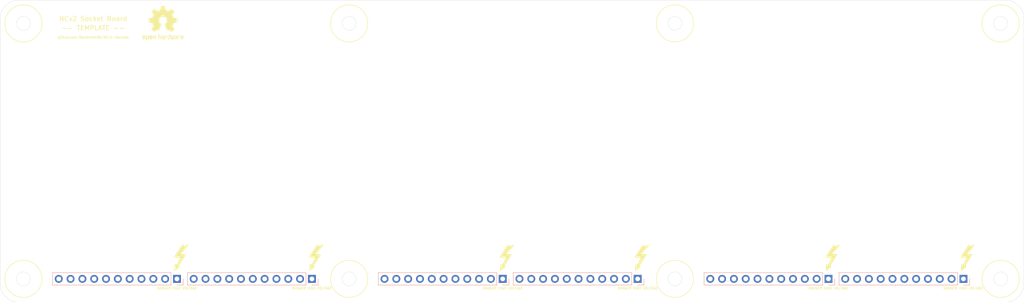
<source format=kicad_pcb>
(kicad_pcb (version 20171130) (host pcbnew "(5.1.10)-1")

  (general
    (thickness 1.6)
    (drawings 33)
    (tracks 0)
    (zones 0)
    (modules 13)
    (nets 67)
  )

  (page A4)
  (layers
    (0 F.Cu signal)
    (31 B.Cu signal)
    (32 B.Adhes user)
    (33 F.Adhes user)
    (34 B.Paste user)
    (35 F.Paste user)
    (36 B.SilkS user)
    (37 F.SilkS user)
    (38 B.Mask user)
    (39 F.Mask user)
    (40 Dwgs.User user)
    (41 Cmts.User user)
    (42 Eco1.User user)
    (43 Eco2.User user)
    (44 Edge.Cuts user)
    (45 Margin user)
    (46 B.CrtYd user hide)
    (47 F.CrtYd user hide)
    (48 B.Fab user hide)
    (49 F.Fab user hide)
  )

  (setup
    (last_trace_width 0.25)
    (trace_clearance 0.2)
    (zone_clearance 0.508)
    (zone_45_only no)
    (trace_min 0.2)
    (via_size 0.8)
    (via_drill 0.4)
    (via_min_size 0.4)
    (via_min_drill 0.3)
    (uvia_size 0.3)
    (uvia_drill 0.1)
    (uvias_allowed no)
    (uvia_min_size 0.2)
    (uvia_min_drill 0.1)
    (edge_width 0.05)
    (segment_width 0.2)
    (pcb_text_width 0.3)
    (pcb_text_size 1.5 1.5)
    (mod_edge_width 0.12)
    (mod_text_size 1 1)
    (mod_text_width 0.15)
    (pad_size 1.524 1.524)
    (pad_drill 0.762)
    (pad_to_mask_clearance 0)
    (aux_axis_origin 0 0)
    (visible_elements 7FFFFF7F)
    (pcbplotparams
      (layerselection 0x010fc_ffffffff)
      (usegerberextensions false)
      (usegerberattributes true)
      (usegerberadvancedattributes true)
      (creategerberjobfile true)
      (excludeedgelayer true)
      (linewidth 0.100000)
      (plotframeref false)
      (viasonmask false)
      (mode 1)
      (useauxorigin false)
      (hpglpennumber 1)
      (hpglpenspeed 20)
      (hpglpendiameter 15.000000)
      (psnegative false)
      (psa4output false)
      (plotreference true)
      (plotvalue true)
      (plotinvisibletext false)
      (padsonsilk false)
      (subtractmaskfromsilk false)
      (outputformat 1)
      (mirror false)
      (drillshape 1)
      (scaleselection 1)
      (outputdirectory ""))
  )

  (net 0 "")
  (net 1 "Net-(J1-Pad1)")
  (net 2 "Net-(J1-Pad2)")
  (net 3 "Net-(J1-Pad3)")
  (net 4 "Net-(J1-Pad4)")
  (net 5 "Net-(J1-Pad5)")
  (net 6 "Net-(J1-Pad6)")
  (net 7 "Net-(J1-Pad7)")
  (net 8 "Net-(J1-Pad8)")
  (net 9 "Net-(J1-Pad9)")
  (net 10 "Net-(J1-Pad10)")
  (net 11 "Net-(J1-Pad11)")
  (net 12 "Net-(J2-Pad11)")
  (net 13 "Net-(J2-Pad10)")
  (net 14 "Net-(J2-Pad9)")
  (net 15 "Net-(J2-Pad8)")
  (net 16 "Net-(J2-Pad7)")
  (net 17 "Net-(J2-Pad6)")
  (net 18 "Net-(J2-Pad5)")
  (net 19 "Net-(J2-Pad4)")
  (net 20 "Net-(J2-Pad3)")
  (net 21 "Net-(J2-Pad2)")
  (net 22 "Net-(J2-Pad1)")
  (net 23 "Net-(J3-Pad1)")
  (net 24 "Net-(J3-Pad2)")
  (net 25 "Net-(J3-Pad3)")
  (net 26 "Net-(J3-Pad4)")
  (net 27 "Net-(J3-Pad5)")
  (net 28 "Net-(J3-Pad6)")
  (net 29 "Net-(J3-Pad7)")
  (net 30 "Net-(J3-Pad8)")
  (net 31 "Net-(J3-Pad9)")
  (net 32 "Net-(J3-Pad10)")
  (net 33 "Net-(J3-Pad11)")
  (net 34 "Net-(J4-Pad11)")
  (net 35 "Net-(J4-Pad10)")
  (net 36 "Net-(J4-Pad9)")
  (net 37 "Net-(J4-Pad8)")
  (net 38 "Net-(J4-Pad7)")
  (net 39 "Net-(J4-Pad6)")
  (net 40 "Net-(J4-Pad5)")
  (net 41 "Net-(J4-Pad4)")
  (net 42 "Net-(J4-Pad3)")
  (net 43 "Net-(J4-Pad2)")
  (net 44 "Net-(J4-Pad1)")
  (net 45 "Net-(J5-Pad1)")
  (net 46 "Net-(J5-Pad2)")
  (net 47 "Net-(J5-Pad3)")
  (net 48 "Net-(J5-Pad4)")
  (net 49 "Net-(J5-Pad5)")
  (net 50 "Net-(J5-Pad6)")
  (net 51 "Net-(J5-Pad7)")
  (net 52 "Net-(J5-Pad8)")
  (net 53 "Net-(J5-Pad9)")
  (net 54 "Net-(J5-Pad10)")
  (net 55 "Net-(J5-Pad11)")
  (net 56 "Net-(J6-Pad11)")
  (net 57 "Net-(J6-Pad10)")
  (net 58 "Net-(J6-Pad9)")
  (net 59 "Net-(J6-Pad8)")
  (net 60 "Net-(J6-Pad7)")
  (net 61 "Net-(J6-Pad6)")
  (net 62 "Net-(J6-Pad5)")
  (net 63 "Net-(J6-Pad4)")
  (net 64 "Net-(J6-Pad3)")
  (net 65 "Net-(J6-Pad2)")
  (net 66 "Net-(J6-Pad1)")

  (net_class Default "This is the default net class."
    (clearance 0.2)
    (trace_width 0.25)
    (via_dia 0.8)
    (via_drill 0.4)
    (uvia_dia 0.3)
    (uvia_drill 0.1)
    (add_net "Net-(J1-Pad1)")
    (add_net "Net-(J1-Pad10)")
    (add_net "Net-(J1-Pad11)")
    (add_net "Net-(J1-Pad2)")
    (add_net "Net-(J1-Pad3)")
    (add_net "Net-(J1-Pad4)")
    (add_net "Net-(J1-Pad5)")
    (add_net "Net-(J1-Pad6)")
    (add_net "Net-(J1-Pad7)")
    (add_net "Net-(J1-Pad8)")
    (add_net "Net-(J1-Pad9)")
    (add_net "Net-(J2-Pad1)")
    (add_net "Net-(J2-Pad10)")
    (add_net "Net-(J2-Pad11)")
    (add_net "Net-(J2-Pad2)")
    (add_net "Net-(J2-Pad3)")
    (add_net "Net-(J2-Pad4)")
    (add_net "Net-(J2-Pad5)")
    (add_net "Net-(J2-Pad6)")
    (add_net "Net-(J2-Pad7)")
    (add_net "Net-(J2-Pad8)")
    (add_net "Net-(J2-Pad9)")
    (add_net "Net-(J3-Pad1)")
    (add_net "Net-(J3-Pad10)")
    (add_net "Net-(J3-Pad11)")
    (add_net "Net-(J3-Pad2)")
    (add_net "Net-(J3-Pad3)")
    (add_net "Net-(J3-Pad4)")
    (add_net "Net-(J3-Pad5)")
    (add_net "Net-(J3-Pad6)")
    (add_net "Net-(J3-Pad7)")
    (add_net "Net-(J3-Pad8)")
    (add_net "Net-(J3-Pad9)")
    (add_net "Net-(J4-Pad1)")
    (add_net "Net-(J4-Pad10)")
    (add_net "Net-(J4-Pad11)")
    (add_net "Net-(J4-Pad2)")
    (add_net "Net-(J4-Pad3)")
    (add_net "Net-(J4-Pad4)")
    (add_net "Net-(J4-Pad5)")
    (add_net "Net-(J4-Pad6)")
    (add_net "Net-(J4-Pad7)")
    (add_net "Net-(J4-Pad8)")
    (add_net "Net-(J4-Pad9)")
    (add_net "Net-(J5-Pad1)")
    (add_net "Net-(J5-Pad10)")
    (add_net "Net-(J5-Pad11)")
    (add_net "Net-(J5-Pad2)")
    (add_net "Net-(J5-Pad3)")
    (add_net "Net-(J5-Pad4)")
    (add_net "Net-(J5-Pad5)")
    (add_net "Net-(J5-Pad6)")
    (add_net "Net-(J5-Pad7)")
    (add_net "Net-(J5-Pad8)")
    (add_net "Net-(J5-Pad9)")
    (add_net "Net-(J6-Pad1)")
    (add_net "Net-(J6-Pad10)")
    (add_net "Net-(J6-Pad11)")
    (add_net "Net-(J6-Pad2)")
    (add_net "Net-(J6-Pad3)")
    (add_net "Net-(J6-Pad4)")
    (add_net "Net-(J6-Pad5)")
    (add_net "Net-(J6-Pad6)")
    (add_net "Net-(J6-Pad7)")
    (add_net "Net-(J6-Pad8)")
    (add_net "Net-(J6-Pad9)")
  )

  (module Symbol:Symbol_Highvoltage_Type1_CopperTop_Small (layer F.Cu) (tedit 617B729E) (tstamp 617BDA7D)
    (at 252 116)
    (descr "Symbol, Highvoltage, Type 1, Copper Top, Small,")
    (tags "Symbol, Highvoltage, Type 1, Copper Top, Small,")
    (attr virtual)
    (fp_text reference REF** (at 1.016 -5.207) (layer F.SilkS) hide
      (effects (font (size 1 1) (thickness 0.15)))
    )
    (fp_text value Symbol_Highvoltage_Type1_CopperTop_Small (at 0.508 4.191) (layer F.Fab)
      (effects (font (size 1 1) (thickness 0.15)))
    )
    (fp_line (start -0.127 1.524) (end -0.254 1.016) (layer F.SilkS) (width 0.381))
    (fp_line (start 1.016 -0.762) (end -0.127 1.524) (layer F.SilkS) (width 0.381))
    (fp_line (start -0.381 -0.762) (end 1.016 -0.762) (layer F.SilkS) (width 0.381))
    (fp_line (start 1.143 -3.048) (end -0.381 -0.762) (layer F.SilkS) (width 0.381))
    (fp_line (start 1.397 -2.667) (end 1.27 -3.175) (layer F.SilkS) (width 0.381))
    (fp_line (start 2.159 -3.175) (end 1.397 -2.667) (layer F.SilkS) (width 0.381))
    (fp_line (start 0.381 -1.143) (end 2.159 -3.175) (layer F.SilkS) (width 0.381))
    (fp_line (start 1.651 -1.143) (end 0.381 -1.143) (layer F.SilkS) (width 0.381))
    (fp_line (start -0.127 1.651) (end 1.651 -1.143) (layer F.SilkS) (width 0.381))
    (fp_line (start 0.381 1.397) (end -0.127 1.651) (layer F.SilkS) (width 0.381))
    (fp_line (start -0.381 2.032) (end 0.381 1.397) (layer F.SilkS) (width 0.381))
    (fp_line (start -0.254 1.016) (end -0.381 2.032) (layer F.SilkS) (width 0.381))
    (fp_line (start 0 -0.889) (end 1.27 -0.889) (layer F.SilkS) (width 0.381))
    (fp_line (start 1.397 -2.794) (end 0 -0.889) (layer F.SilkS) (width 0.381))
  )

  (module Symbol:Symbol_Highvoltage_Type1_CopperTop_Small (layer F.Cu) (tedit 617B729E) (tstamp 617BDA7D)
    (at 223 116)
    (descr "Symbol, Highvoltage, Type 1, Copper Top, Small,")
    (tags "Symbol, Highvoltage, Type 1, Copper Top, Small,")
    (attr virtual)
    (fp_text reference REF** (at 1.016 -5.207) (layer F.SilkS) hide
      (effects (font (size 1 1) (thickness 0.15)))
    )
    (fp_text value Symbol_Highvoltage_Type1_CopperTop_Small (at 0.508 4.191) (layer F.Fab)
      (effects (font (size 1 1) (thickness 0.15)))
    )
    (fp_line (start -0.127 1.524) (end -0.254 1.016) (layer F.SilkS) (width 0.381))
    (fp_line (start 1.016 -0.762) (end -0.127 1.524) (layer F.SilkS) (width 0.381))
    (fp_line (start -0.381 -0.762) (end 1.016 -0.762) (layer F.SilkS) (width 0.381))
    (fp_line (start 1.143 -3.048) (end -0.381 -0.762) (layer F.SilkS) (width 0.381))
    (fp_line (start 1.397 -2.667) (end 1.27 -3.175) (layer F.SilkS) (width 0.381))
    (fp_line (start 2.159 -3.175) (end 1.397 -2.667) (layer F.SilkS) (width 0.381))
    (fp_line (start 0.381 -1.143) (end 2.159 -3.175) (layer F.SilkS) (width 0.381))
    (fp_line (start 1.651 -1.143) (end 0.381 -1.143) (layer F.SilkS) (width 0.381))
    (fp_line (start -0.127 1.651) (end 1.651 -1.143) (layer F.SilkS) (width 0.381))
    (fp_line (start 0.381 1.397) (end -0.127 1.651) (layer F.SilkS) (width 0.381))
    (fp_line (start -0.381 2.032) (end 0.381 1.397) (layer F.SilkS) (width 0.381))
    (fp_line (start -0.254 1.016) (end -0.381 2.032) (layer F.SilkS) (width 0.381))
    (fp_line (start 0 -0.889) (end 1.27 -0.889) (layer F.SilkS) (width 0.381))
    (fp_line (start 1.397 -2.794) (end 0 -0.889) (layer F.SilkS) (width 0.381))
  )

  (module Symbol:Symbol_Highvoltage_Type1_CopperTop_Small (layer F.Cu) (tedit 617B729E) (tstamp 617BDA7D)
    (at 182 116)
    (descr "Symbol, Highvoltage, Type 1, Copper Top, Small,")
    (tags "Symbol, Highvoltage, Type 1, Copper Top, Small,")
    (attr virtual)
    (fp_text reference REF** (at 1.016 -5.207) (layer F.SilkS) hide
      (effects (font (size 1 1) (thickness 0.15)))
    )
    (fp_text value Symbol_Highvoltage_Type1_CopperTop_Small (at 0.508 4.191) (layer F.Fab)
      (effects (font (size 1 1) (thickness 0.15)))
    )
    (fp_line (start -0.127 1.524) (end -0.254 1.016) (layer F.SilkS) (width 0.381))
    (fp_line (start 1.016 -0.762) (end -0.127 1.524) (layer F.SilkS) (width 0.381))
    (fp_line (start -0.381 -0.762) (end 1.016 -0.762) (layer F.SilkS) (width 0.381))
    (fp_line (start 1.143 -3.048) (end -0.381 -0.762) (layer F.SilkS) (width 0.381))
    (fp_line (start 1.397 -2.667) (end 1.27 -3.175) (layer F.SilkS) (width 0.381))
    (fp_line (start 2.159 -3.175) (end 1.397 -2.667) (layer F.SilkS) (width 0.381))
    (fp_line (start 0.381 -1.143) (end 2.159 -3.175) (layer F.SilkS) (width 0.381))
    (fp_line (start 1.651 -1.143) (end 0.381 -1.143) (layer F.SilkS) (width 0.381))
    (fp_line (start -0.127 1.651) (end 1.651 -1.143) (layer F.SilkS) (width 0.381))
    (fp_line (start 0.381 1.397) (end -0.127 1.651) (layer F.SilkS) (width 0.381))
    (fp_line (start -0.381 2.032) (end 0.381 1.397) (layer F.SilkS) (width 0.381))
    (fp_line (start -0.254 1.016) (end -0.381 2.032) (layer F.SilkS) (width 0.381))
    (fp_line (start 0 -0.889) (end 1.27 -0.889) (layer F.SilkS) (width 0.381))
    (fp_line (start 1.397 -2.794) (end 0 -0.889) (layer F.SilkS) (width 0.381))
  )

  (module Symbol:Symbol_Highvoltage_Type1_CopperTop_Small (layer F.Cu) (tedit 617B729E) (tstamp 617BDA7D)
    (at 153 116)
    (descr "Symbol, Highvoltage, Type 1, Copper Top, Small,")
    (tags "Symbol, Highvoltage, Type 1, Copper Top, Small,")
    (attr virtual)
    (fp_text reference REF** (at 1.016 -5.207) (layer F.SilkS) hide
      (effects (font (size 1 1) (thickness 0.15)))
    )
    (fp_text value Symbol_Highvoltage_Type1_CopperTop_Small (at 0.508 4.191) (layer F.Fab)
      (effects (font (size 1 1) (thickness 0.15)))
    )
    (fp_line (start -0.127 1.524) (end -0.254 1.016) (layer F.SilkS) (width 0.381))
    (fp_line (start 1.016 -0.762) (end -0.127 1.524) (layer F.SilkS) (width 0.381))
    (fp_line (start -0.381 -0.762) (end 1.016 -0.762) (layer F.SilkS) (width 0.381))
    (fp_line (start 1.143 -3.048) (end -0.381 -0.762) (layer F.SilkS) (width 0.381))
    (fp_line (start 1.397 -2.667) (end 1.27 -3.175) (layer F.SilkS) (width 0.381))
    (fp_line (start 2.159 -3.175) (end 1.397 -2.667) (layer F.SilkS) (width 0.381))
    (fp_line (start 0.381 -1.143) (end 2.159 -3.175) (layer F.SilkS) (width 0.381))
    (fp_line (start 1.651 -1.143) (end 0.381 -1.143) (layer F.SilkS) (width 0.381))
    (fp_line (start -0.127 1.651) (end 1.651 -1.143) (layer F.SilkS) (width 0.381))
    (fp_line (start 0.381 1.397) (end -0.127 1.651) (layer F.SilkS) (width 0.381))
    (fp_line (start -0.381 2.032) (end 0.381 1.397) (layer F.SilkS) (width 0.381))
    (fp_line (start -0.254 1.016) (end -0.381 2.032) (layer F.SilkS) (width 0.381))
    (fp_line (start 0 -0.889) (end 1.27 -0.889) (layer F.SilkS) (width 0.381))
    (fp_line (start 1.397 -2.794) (end 0 -0.889) (layer F.SilkS) (width 0.381))
  )

  (module Symbol:Symbol_Highvoltage_Type1_CopperTop_Small (layer F.Cu) (tedit 617B729E) (tstamp 617BDA7D)
    (at 112 116)
    (descr "Symbol, Highvoltage, Type 1, Copper Top, Small,")
    (tags "Symbol, Highvoltage, Type 1, Copper Top, Small,")
    (attr virtual)
    (fp_text reference REF** (at 1.016 -5.207) (layer F.SilkS) hide
      (effects (font (size 1 1) (thickness 0.15)))
    )
    (fp_text value Symbol_Highvoltage_Type1_CopperTop_Small (at 0.508 4.191) (layer F.Fab)
      (effects (font (size 1 1) (thickness 0.15)))
    )
    (fp_line (start -0.127 1.524) (end -0.254 1.016) (layer F.SilkS) (width 0.381))
    (fp_line (start 1.016 -0.762) (end -0.127 1.524) (layer F.SilkS) (width 0.381))
    (fp_line (start -0.381 -0.762) (end 1.016 -0.762) (layer F.SilkS) (width 0.381))
    (fp_line (start 1.143 -3.048) (end -0.381 -0.762) (layer F.SilkS) (width 0.381))
    (fp_line (start 1.397 -2.667) (end 1.27 -3.175) (layer F.SilkS) (width 0.381))
    (fp_line (start 2.159 -3.175) (end 1.397 -2.667) (layer F.SilkS) (width 0.381))
    (fp_line (start 0.381 -1.143) (end 2.159 -3.175) (layer F.SilkS) (width 0.381))
    (fp_line (start 1.651 -1.143) (end 0.381 -1.143) (layer F.SilkS) (width 0.381))
    (fp_line (start -0.127 1.651) (end 1.651 -1.143) (layer F.SilkS) (width 0.381))
    (fp_line (start 0.381 1.397) (end -0.127 1.651) (layer F.SilkS) (width 0.381))
    (fp_line (start -0.381 2.032) (end 0.381 1.397) (layer F.SilkS) (width 0.381))
    (fp_line (start -0.254 1.016) (end -0.381 2.032) (layer F.SilkS) (width 0.381))
    (fp_line (start 0 -0.889) (end 1.27 -0.889) (layer F.SilkS) (width 0.381))
    (fp_line (start 1.397 -2.794) (end 0 -0.889) (layer F.SilkS) (width 0.381))
  )

  (module Symbol:Symbol_Highvoltage_Type1_CopperTop_Small (layer F.Cu) (tedit 617B729E) (tstamp 617BD8C9)
    (at 83 116)
    (descr "Symbol, Highvoltage, Type 1, Copper Top, Small,")
    (tags "Symbol, Highvoltage, Type 1, Copper Top, Small,")
    (attr virtual)
    (fp_text reference REF** (at 1.016 -5.207) (layer F.SilkS) hide
      (effects (font (size 1 1) (thickness 0.15)))
    )
    (fp_text value Symbol_Highvoltage_Type1_CopperTop_Small (at 0.508 4.191) (layer F.Fab)
      (effects (font (size 1 1) (thickness 0.15)))
    )
    (fp_line (start -0.127 1.524) (end -0.254 1.016) (layer F.SilkS) (width 0.381))
    (fp_line (start 1.016 -0.762) (end -0.127 1.524) (layer F.SilkS) (width 0.381))
    (fp_line (start -0.381 -0.762) (end 1.016 -0.762) (layer F.SilkS) (width 0.381))
    (fp_line (start 1.143 -3.048) (end -0.381 -0.762) (layer F.SilkS) (width 0.381))
    (fp_line (start 1.397 -2.667) (end 1.27 -3.175) (layer F.SilkS) (width 0.381))
    (fp_line (start 2.159 -3.175) (end 1.397 -2.667) (layer F.SilkS) (width 0.381))
    (fp_line (start 0.381 -1.143) (end 2.159 -3.175) (layer F.SilkS) (width 0.381))
    (fp_line (start 1.651 -1.143) (end 0.381 -1.143) (layer F.SilkS) (width 0.381))
    (fp_line (start -0.127 1.651) (end 1.651 -1.143) (layer F.SilkS) (width 0.381))
    (fp_line (start 0.381 1.397) (end -0.127 1.651) (layer F.SilkS) (width 0.381))
    (fp_line (start -0.381 2.032) (end 0.381 1.397) (layer F.SilkS) (width 0.381))
    (fp_line (start -0.254 1.016) (end -0.381 2.032) (layer F.SilkS) (width 0.381))
    (fp_line (start 0 -0.889) (end 1.27 -0.889) (layer F.SilkS) (width 0.381))
    (fp_line (start 1.397 -2.794) (end 0 -0.889) (layer F.SilkS) (width 0.381))
  )

  (module Symbol:OSHW-Logo2_9.8x8mm_SilkScreen (layer F.Cu) (tedit 0) (tstamp 617BD6B2)
    (at 80 65)
    (descr "Open Source Hardware Symbol")
    (tags "Logo Symbol OSHW")
    (attr virtual)
    (fp_text reference REF** (at 0 0) (layer F.SilkS) hide
      (effects (font (size 1 1) (thickness 0.15)))
    )
    (fp_text value OSHW-Logo2_9.8x8mm_SilkScreen (at 0.75 0) (layer F.Fab) hide
      (effects (font (size 1 1) (thickness 0.15)))
    )
    (fp_poly (pts (xy 0.139878 -3.712224) (xy 0.245612 -3.711645) (xy 0.322132 -3.710078) (xy 0.374372 -3.707028)
      (xy 0.407263 -3.702004) (xy 0.425737 -3.694511) (xy 0.434727 -3.684056) (xy 0.439163 -3.670147)
      (xy 0.439594 -3.668346) (xy 0.446333 -3.635855) (xy 0.458808 -3.571748) (xy 0.475719 -3.482849)
      (xy 0.495771 -3.375981) (xy 0.517664 -3.257967) (xy 0.518429 -3.253822) (xy 0.540359 -3.138169)
      (xy 0.560877 -3.035986) (xy 0.578659 -2.953402) (xy 0.592381 -2.896544) (xy 0.600718 -2.871542)
      (xy 0.601116 -2.871099) (xy 0.625677 -2.85889) (xy 0.676315 -2.838544) (xy 0.742095 -2.814455)
      (xy 0.742461 -2.814326) (xy 0.825317 -2.783182) (xy 0.923 -2.743509) (xy 1.015077 -2.703619)
      (xy 1.019434 -2.701647) (xy 1.169407 -2.63358) (xy 1.501498 -2.860361) (xy 1.603374 -2.929496)
      (xy 1.695657 -2.991303) (xy 1.773003 -3.042267) (xy 1.830064 -3.078873) (xy 1.861495 -3.097606)
      (xy 1.864479 -3.098996) (xy 1.887321 -3.09281) (xy 1.929982 -3.062965) (xy 1.994128 -3.008053)
      (xy 2.081421 -2.926666) (xy 2.170535 -2.840078) (xy 2.256441 -2.754753) (xy 2.333327 -2.676892)
      (xy 2.396564 -2.611303) (xy 2.441523 -2.562795) (xy 2.463576 -2.536175) (xy 2.464396 -2.534805)
      (xy 2.466834 -2.516537) (xy 2.45765 -2.486705) (xy 2.434574 -2.441279) (xy 2.395337 -2.37623)
      (xy 2.33767 -2.28753) (xy 2.260795 -2.173343) (xy 2.19257 -2.072838) (xy 2.131582 -1.982697)
      (xy 2.081356 -1.908151) (xy 2.045416 -1.854435) (xy 2.027287 -1.826782) (xy 2.026146 -1.824905)
      (xy 2.028359 -1.79841) (xy 2.045138 -1.746914) (xy 2.073142 -1.680149) (xy 2.083122 -1.658828)
      (xy 2.126672 -1.563841) (xy 2.173134 -1.456063) (xy 2.210877 -1.362808) (xy 2.238073 -1.293594)
      (xy 2.259675 -1.240994) (xy 2.272158 -1.213503) (xy 2.273709 -1.211384) (xy 2.296668 -1.207876)
      (xy 2.350786 -1.198262) (xy 2.428868 -1.183911) (xy 2.523719 -1.166193) (xy 2.628143 -1.146475)
      (xy 2.734944 -1.126126) (xy 2.836926 -1.106514) (xy 2.926894 -1.089009) (xy 2.997653 -1.074978)
      (xy 3.042006 -1.065791) (xy 3.052885 -1.063193) (xy 3.064122 -1.056782) (xy 3.072605 -1.042303)
      (xy 3.078714 -1.014867) (xy 3.082832 -0.969589) (xy 3.085341 -0.90158) (xy 3.086621 -0.805953)
      (xy 3.087054 -0.67782) (xy 3.087077 -0.625299) (xy 3.087077 -0.198155) (xy 2.9845 -0.177909)
      (xy 2.927431 -0.16693) (xy 2.842269 -0.150905) (xy 2.739372 -0.131767) (xy 2.629096 -0.111449)
      (xy 2.598615 -0.105868) (xy 2.496855 -0.086083) (xy 2.408205 -0.066627) (xy 2.340108 -0.049303)
      (xy 2.300004 -0.035912) (xy 2.293323 -0.031921) (xy 2.276919 -0.003658) (xy 2.253399 0.051109)
      (xy 2.227316 0.121588) (xy 2.222142 0.136769) (xy 2.187956 0.230896) (xy 2.145523 0.337101)
      (xy 2.103997 0.432473) (xy 2.103792 0.432916) (xy 2.03464 0.582525) (xy 2.489512 1.251617)
      (xy 2.1975 1.544116) (xy 2.10918 1.63117) (xy 2.028625 1.707909) (xy 1.96036 1.770237)
      (xy 1.908908 1.814056) (xy 1.878794 1.83527) (xy 1.874474 1.836616) (xy 1.849111 1.826016)
      (xy 1.797358 1.796547) (xy 1.724868 1.751705) (xy 1.637294 1.694984) (xy 1.542612 1.631462)
      (xy 1.446516 1.566668) (xy 1.360837 1.510287) (xy 1.291016 1.465788) (xy 1.242494 1.436639)
      (xy 1.220782 1.426308) (xy 1.194293 1.43505) (xy 1.144062 1.458087) (xy 1.080451 1.490631)
      (xy 1.073708 1.494249) (xy 0.988046 1.53721) (xy 0.929306 1.558279) (xy 0.892772 1.558503)
      (xy 0.873731 1.538928) (xy 0.87362 1.538654) (xy 0.864102 1.515472) (xy 0.841403 1.460441)
      (xy 0.807282 1.377822) (xy 0.7635 1.271872) (xy 0.711816 1.146852) (xy 0.653992 1.00702)
      (xy 0.597991 0.871637) (xy 0.536447 0.722234) (xy 0.479939 0.583832) (xy 0.430161 0.460673)
      (xy 0.388806 0.357002) (xy 0.357568 0.277059) (xy 0.338141 0.225088) (xy 0.332154 0.205692)
      (xy 0.347168 0.183443) (xy 0.386439 0.147982) (xy 0.438807 0.108887) (xy 0.587941 -0.014755)
      (xy 0.704511 -0.156478) (xy 0.787118 -0.313296) (xy 0.834366 -0.482225) (xy 0.844857 -0.660278)
      (xy 0.837231 -0.742461) (xy 0.795682 -0.912969) (xy 0.724123 -1.063541) (xy 0.626995 -1.192691)
      (xy 0.508734 -1.298936) (xy 0.37378 -1.38079) (xy 0.226571 -1.436768) (xy 0.071544 -1.465385)
      (xy -0.086861 -1.465156) (xy -0.244206 -1.434595) (xy -0.396054 -1.372218) (xy -0.537965 -1.27654)
      (xy -0.597197 -1.222428) (xy -0.710797 -1.08348) (xy -0.789894 -0.931639) (xy -0.835014 -0.771333)
      (xy -0.846684 -0.606988) (xy -0.825431 -0.443029) (xy -0.77178 -0.283882) (xy -0.68626 -0.133975)
      (xy -0.569395 0.002267) (xy -0.438807 0.108887) (xy -0.384412 0.149642) (xy -0.345986 0.184718)
      (xy -0.332154 0.205726) (xy -0.339397 0.228635) (xy -0.359995 0.283365) (xy -0.392254 0.365672)
      (xy -0.434479 0.471315) (xy -0.484977 0.59605) (xy -0.542052 0.735636) (xy -0.598146 0.87167)
      (xy -0.660033 1.021201) (xy -0.717356 1.159767) (xy -0.768356 1.283107) (xy -0.811273 1.386964)
      (xy -0.844347 1.46708) (xy -0.865819 1.519195) (xy -0.873775 1.538654) (xy -0.892571 1.558423)
      (xy -0.928926 1.558365) (xy -0.987521 1.537441) (xy -1.073032 1.494613) (xy -1.073708 1.494249)
      (xy -1.138093 1.461012) (xy -1.190139 1.436802) (xy -1.219488 1.426404) (xy -1.220783 1.426308)
      (xy -1.242876 1.436855) (xy -1.291652 1.466184) (xy -1.361669 1.510827) (xy -1.447486 1.567314)
      (xy -1.542612 1.631462) (xy -1.63946 1.696411) (xy -1.726747 1.752896) (xy -1.798819 1.797421)
      (xy -1.850023 1.82649) (xy -1.874474 1.836616) (xy -1.89699 1.823307) (xy -1.942258 1.786112)
      (xy -2.005756 1.729128) (xy -2.082961 1.656449) (xy -2.169349 1.572171) (xy -2.197601 1.544016)
      (xy -2.489713 1.251416) (xy -2.267369 0.925104) (xy -2.199798 0.824897) (xy -2.140493 0.734963)
      (xy -2.092783 0.66051) (xy -2.059993 0.606751) (xy -2.045452 0.578894) (xy -2.045026 0.576912)
      (xy -2.052692 0.550655) (xy -2.073311 0.497837) (xy -2.103315 0.42731) (xy -2.124375 0.380093)
      (xy -2.163752 0.289694) (xy -2.200835 0.198366) (xy -2.229585 0.1212) (xy -2.237395 0.097692)
      (xy -2.259583 0.034916) (xy -2.281273 -0.013589) (xy -2.293187 -0.031921) (xy -2.319477 -0.043141)
      (xy -2.376858 -0.059046) (xy -2.457882 -0.077833) (xy -2.555105 -0.097701) (xy -2.598615 -0.105868)
      (xy -2.709104 -0.126171) (xy -2.815084 -0.14583) (xy -2.906199 -0.162912) (xy -2.972092 -0.175482)
      (xy -2.9845 -0.177909) (xy -3.087077 -0.198155) (xy -3.087077 -0.625299) (xy -3.086847 -0.765754)
      (xy -3.085901 -0.872021) (xy -3.083859 -0.948987) (xy -3.080338 -1.00154) (xy -3.074957 -1.034567)
      (xy -3.067334 -1.052955) (xy -3.057088 -1.061592) (xy -3.052885 -1.063193) (xy -3.02753 -1.068873)
      (xy -2.971516 -1.080205) (xy -2.892036 -1.095821) (xy -2.796288 -1.114353) (xy -2.691467 -1.134431)
      (xy -2.584768 -1.154688) (xy -2.483387 -1.173754) (xy -2.394521 -1.190261) (xy -2.325363 -1.202841)
      (xy -2.283111 -1.210125) (xy -2.27371 -1.211384) (xy -2.265193 -1.228237) (xy -2.24634 -1.27313)
      (xy -2.220676 -1.33757) (xy -2.210877 -1.362808) (xy -2.171352 -1.460314) (xy -2.124808 -1.568041)
      (xy -2.083123 -1.658828) (xy -2.05245 -1.728247) (xy -2.032044 -1.78529) (xy -2.025232 -1.820223)
      (xy -2.026318 -1.824905) (xy -2.040715 -1.847009) (xy -2.073588 -1.896169) (xy -2.12141 -1.967152)
      (xy -2.180652 -2.054722) (xy -2.247785 -2.153643) (xy -2.261059 -2.17317) (xy -2.338954 -2.28886)
      (xy -2.396213 -2.376956) (xy -2.435119 -2.441514) (xy -2.457956 -2.486589) (xy -2.467006 -2.516237)
      (xy -2.464552 -2.534515) (xy -2.464489 -2.534631) (xy -2.445173 -2.558639) (xy -2.402449 -2.605053)
      (xy -2.340949 -2.669063) (xy -2.265302 -2.745855) (xy -2.180139 -2.830618) (xy -2.170535 -2.840078)
      (xy -2.06321 -2.944011) (xy -1.980385 -3.020325) (xy -1.920395 -3.070429) (xy -1.881577 -3.09573)
      (xy -1.86448 -3.098996) (xy -1.839527 -3.08475) (xy -1.787745 -3.051844) (xy -1.71448 -3.003792)
      (xy -1.62508 -2.94411) (xy -1.524889 -2.876312) (xy -1.501499 -2.860361) (xy -1.169407 -2.63358)
      (xy -1.019435 -2.701647) (xy -0.92823 -2.741315) (xy -0.830331 -2.781209) (xy -0.746169 -2.813017)
      (xy -0.742462 -2.814326) (xy -0.676631 -2.838424) (xy -0.625884 -2.8588) (xy -0.601158 -2.871064)
      (xy -0.601116 -2.871099) (xy -0.593271 -2.893266) (xy -0.579934 -2.947783) (xy -0.56243 -3.02852)
      (xy -0.542083 -3.12935) (xy -0.520218 -3.244144) (xy -0.518429 -3.253822) (xy -0.496496 -3.372096)
      (xy -0.47636 -3.479458) (xy -0.45932 -3.569083) (xy -0.446672 -3.634149) (xy -0.439716 -3.667832)
      (xy -0.439594 -3.668346) (xy -0.435361 -3.682675) (xy -0.427129 -3.693493) (xy -0.409967 -3.701294)
      (xy -0.378942 -3.706571) (xy -0.329122 -3.709818) (xy -0.255576 -3.711528) (xy -0.153371 -3.712193)
      (xy -0.017575 -3.712307) (xy 0 -3.712308) (xy 0.139878 -3.712224)) (layer F.SilkS) (width 0.01))
    (fp_poly (pts (xy 4.245224 2.647838) (xy 4.322528 2.698361) (xy 4.359814 2.74359) (xy 4.389353 2.825663)
      (xy 4.391699 2.890607) (xy 4.386385 2.977445) (xy 4.186115 3.065103) (xy 4.088739 3.109887)
      (xy 4.025113 3.145913) (xy 3.992029 3.177117) (xy 3.98628 3.207436) (xy 4.004658 3.240805)
      (xy 4.024923 3.262923) (xy 4.083889 3.298393) (xy 4.148024 3.300879) (xy 4.206926 3.273235)
      (xy 4.250197 3.21832) (xy 4.257936 3.198928) (xy 4.295006 3.138364) (xy 4.337654 3.112552)
      (xy 4.396154 3.090471) (xy 4.396154 3.174184) (xy 4.390982 3.23115) (xy 4.370723 3.279189)
      (xy 4.328262 3.334346) (xy 4.321951 3.341514) (xy 4.27472 3.390585) (xy 4.234121 3.41692)
      (xy 4.183328 3.429035) (xy 4.14122 3.433003) (xy 4.065902 3.433991) (xy 4.012286 3.421466)
      (xy 3.978838 3.402869) (xy 3.926268 3.361975) (xy 3.889879 3.317748) (xy 3.86685 3.262126)
      (xy 3.854359 3.187047) (xy 3.849587 3.084449) (xy 3.849206 3.032376) (xy 3.850501 2.969948)
      (xy 3.968471 2.969948) (xy 3.969839 3.003438) (xy 3.973249 3.008923) (xy 3.995753 3.001472)
      (xy 4.044182 2.981753) (xy 4.108908 2.953718) (xy 4.122443 2.947692) (xy 4.204244 2.906096)
      (xy 4.249312 2.869538) (xy 4.259217 2.835296) (xy 4.235526 2.800648) (xy 4.21596 2.785339)
      (xy 4.14536 2.754721) (xy 4.07928 2.75978) (xy 4.023959 2.797151) (xy 3.985636 2.863473)
      (xy 3.973349 2.916116) (xy 3.968471 2.969948) (xy 3.850501 2.969948) (xy 3.85173 2.91072)
      (xy 3.861032 2.82071) (xy 3.87946 2.755167) (xy 3.90936 2.706912) (xy 3.95308 2.668767)
      (xy 3.972141 2.65644) (xy 4.058726 2.624336) (xy 4.153522 2.622316) (xy 4.245224 2.647838)) (layer F.SilkS) (width 0.01))
    (fp_poly (pts (xy 3.570807 2.636782) (xy 3.594161 2.646988) (xy 3.649902 2.691134) (xy 3.697569 2.754967)
      (xy 3.727048 2.823087) (xy 3.731846 2.85667) (xy 3.71576 2.903556) (xy 3.680475 2.928365)
      (xy 3.642644 2.943387) (xy 3.625321 2.946155) (xy 3.616886 2.926066) (xy 3.60023 2.882351)
      (xy 3.592923 2.862598) (xy 3.551948 2.794271) (xy 3.492622 2.760191) (xy 3.416552 2.761239)
      (xy 3.410918 2.762581) (xy 3.370305 2.781836) (xy 3.340448 2.819375) (xy 3.320055 2.879809)
      (xy 3.307836 2.967751) (xy 3.3025 3.087813) (xy 3.302 3.151698) (xy 3.301752 3.252403)
      (xy 3.300126 3.321054) (xy 3.295801 3.364673) (xy 3.287454 3.390282) (xy 3.273765 3.404903)
      (xy 3.253411 3.415558) (xy 3.252234 3.416095) (xy 3.213038 3.432667) (xy 3.193619 3.438769)
      (xy 3.190635 3.420319) (xy 3.188081 3.369323) (xy 3.18614 3.292308) (xy 3.184997 3.195805)
      (xy 3.184769 3.125184) (xy 3.185932 2.988525) (xy 3.190479 2.884851) (xy 3.199999 2.808108)
      (xy 3.216081 2.752246) (xy 3.240313 2.711212) (xy 3.274286 2.678954) (xy 3.307833 2.65644)
      (xy 3.388499 2.626476) (xy 3.482381 2.619718) (xy 3.570807 2.636782)) (layer F.SilkS) (width 0.01))
    (fp_poly (pts (xy 2.887333 2.633528) (xy 2.94359 2.659117) (xy 2.987747 2.690124) (xy 3.020101 2.724795)
      (xy 3.042438 2.76952) (xy 3.056546 2.830692) (xy 3.064211 2.914701) (xy 3.06722 3.02794)
      (xy 3.067538 3.102509) (xy 3.067538 3.39342) (xy 3.017773 3.416095) (xy 2.978576 3.432667)
      (xy 2.959157 3.438769) (xy 2.955442 3.42061) (xy 2.952495 3.371648) (xy 2.950691 3.300153)
      (xy 2.950308 3.243385) (xy 2.948661 3.161371) (xy 2.944222 3.096309) (xy 2.93774 3.056467)
      (xy 2.93259 3.048) (xy 2.897977 3.056646) (xy 2.84364 3.078823) (xy 2.780722 3.108886)
      (xy 2.720368 3.141192) (xy 2.673721 3.170098) (xy 2.651926 3.189961) (xy 2.651839 3.190175)
      (xy 2.653714 3.226935) (xy 2.670525 3.262026) (xy 2.700039 3.290528) (xy 2.743116 3.300061)
      (xy 2.779932 3.29895) (xy 2.832074 3.298133) (xy 2.859444 3.310349) (xy 2.875882 3.342624)
      (xy 2.877955 3.34871) (xy 2.885081 3.394739) (xy 2.866024 3.422687) (xy 2.816353 3.436007)
      (xy 2.762697 3.43847) (xy 2.666142 3.42021) (xy 2.616159 3.394131) (xy 2.554429 3.332868)
      (xy 2.52169 3.25767) (xy 2.518753 3.178211) (xy 2.546424 3.104167) (xy 2.588047 3.057769)
      (xy 2.629604 3.031793) (xy 2.694922 2.998907) (xy 2.771038 2.965557) (xy 2.783726 2.960461)
      (xy 2.867333 2.923565) (xy 2.91553 2.891046) (xy 2.93103 2.858718) (xy 2.91655 2.822394)
      (xy 2.891692 2.794) (xy 2.832939 2.759039) (xy 2.768293 2.756417) (xy 2.709008 2.783358)
      (xy 2.666339 2.837088) (xy 2.660739 2.85095) (xy 2.628133 2.901936) (xy 2.58053 2.939787)
      (xy 2.520461 2.97085) (xy 2.520461 2.882768) (xy 2.523997 2.828951) (xy 2.539156 2.786534)
      (xy 2.572768 2.741279) (xy 2.605035 2.70642) (xy 2.655209 2.657062) (xy 2.694193 2.630547)
      (xy 2.736064 2.619911) (xy 2.78346 2.618154) (xy 2.887333 2.633528)) (layer F.SilkS) (width 0.01))
    (fp_poly (pts (xy 2.395929 2.636662) (xy 2.398911 2.688068) (xy 2.401247 2.766192) (xy 2.402749 2.864857)
      (xy 2.403231 2.968343) (xy 2.403231 3.318533) (xy 2.341401 3.380363) (xy 2.298793 3.418462)
      (xy 2.26139 3.433895) (xy 2.21027 3.432918) (xy 2.189978 3.430433) (xy 2.126554 3.4232)
      (xy 2.074095 3.419055) (xy 2.061308 3.418672) (xy 2.018199 3.421176) (xy 1.956544 3.427462)
      (xy 1.932638 3.430433) (xy 1.873922 3.435028) (xy 1.834464 3.425046) (xy 1.795338 3.394228)
      (xy 1.781215 3.380363) (xy 1.719385 3.318533) (xy 1.719385 2.663503) (xy 1.76915 2.640829)
      (xy 1.812002 2.624034) (xy 1.837073 2.618154) (xy 1.843501 2.636736) (xy 1.849509 2.688655)
      (xy 1.854697 2.768172) (xy 1.858664 2.869546) (xy 1.860577 2.955192) (xy 1.865923 3.292231)
      (xy 1.91256 3.298825) (xy 1.954976 3.294214) (xy 1.97576 3.279287) (xy 1.98157 3.251377)
      (xy 1.98653 3.191925) (xy 1.990246 3.108466) (xy 1.992324 3.008532) (xy 1.992624 2.957104)
      (xy 1.992923 2.661054) (xy 2.054454 2.639604) (xy 2.098004 2.62502) (xy 2.121694 2.618219)
      (xy 2.122377 2.618154) (xy 2.124754 2.636642) (xy 2.127366 2.687906) (xy 2.129995 2.765649)
      (xy 2.132421 2.863574) (xy 2.134115 2.955192) (xy 2.139461 3.292231) (xy 2.256692 3.292231)
      (xy 2.262072 2.984746) (xy 2.267451 2.677261) (xy 2.324601 2.647707) (xy 2.366797 2.627413)
      (xy 2.39177 2.618204) (xy 2.392491 2.618154) (xy 2.395929 2.636662)) (layer F.SilkS) (width 0.01))
    (fp_poly (pts (xy 1.602081 2.780289) (xy 1.601833 2.92632) (xy 1.600872 3.038655) (xy 1.598794 3.122678)
      (xy 1.595193 3.183769) (xy 1.589665 3.227309) (xy 1.581804 3.258679) (xy 1.571207 3.283262)
      (xy 1.563182 3.297294) (xy 1.496728 3.373388) (xy 1.41247 3.421084) (xy 1.319249 3.438199)
      (xy 1.2259 3.422546) (xy 1.170312 3.394418) (xy 1.111957 3.34576) (xy 1.072186 3.286333)
      (xy 1.04819 3.208507) (xy 1.037161 3.104652) (xy 1.035599 3.028462) (xy 1.035809 3.022986)
      (xy 1.172308 3.022986) (xy 1.173141 3.110355) (xy 1.176961 3.168192) (xy 1.185746 3.206029)
      (xy 1.201474 3.233398) (xy 1.220266 3.254042) (xy 1.283375 3.29389) (xy 1.351137 3.297295)
      (xy 1.415179 3.264025) (xy 1.420164 3.259517) (xy 1.441439 3.236067) (xy 1.454779 3.208166)
      (xy 1.462001 3.166641) (xy 1.464923 3.102316) (xy 1.465385 3.0312) (xy 1.464383 2.941858)
      (xy 1.460238 2.882258) (xy 1.451236 2.843089) (xy 1.435667 2.81504) (xy 1.422902 2.800144)
      (xy 1.3636 2.762575) (xy 1.295301 2.758057) (xy 1.23011 2.786753) (xy 1.217528 2.797406)
      (xy 1.196111 2.821063) (xy 1.182744 2.849251) (xy 1.175566 2.891245) (xy 1.172719 2.956319)
      (xy 1.172308 3.022986) (xy 1.035809 3.022986) (xy 1.040322 2.905765) (xy 1.056362 2.813577)
      (xy 1.086528 2.744269) (xy 1.133629 2.690211) (xy 1.170312 2.662505) (xy 1.23699 2.632572)
      (xy 1.314272 2.618678) (xy 1.38611 2.622397) (xy 1.426308 2.6374) (xy 1.442082 2.64167)
      (xy 1.45255 2.62575) (xy 1.459856 2.583089) (xy 1.465385 2.518106) (xy 1.471437 2.445732)
      (xy 1.479844 2.402187) (xy 1.495141 2.377287) (xy 1.521864 2.360845) (xy 1.538654 2.353564)
      (xy 1.602154 2.326963) (xy 1.602081 2.780289)) (layer F.SilkS) (width 0.01))
    (fp_poly (pts (xy 0.713362 2.62467) (xy 0.802117 2.657421) (xy 0.874022 2.71535) (xy 0.902144 2.756128)
      (xy 0.932802 2.830954) (xy 0.932165 2.885058) (xy 0.899987 2.921446) (xy 0.888081 2.927633)
      (xy 0.836675 2.946925) (xy 0.810422 2.941982) (xy 0.80153 2.909587) (xy 0.801077 2.891692)
      (xy 0.784797 2.825859) (xy 0.742365 2.779807) (xy 0.683388 2.757564) (xy 0.617475 2.763161)
      (xy 0.563895 2.792229) (xy 0.545798 2.80881) (xy 0.532971 2.828925) (xy 0.524306 2.859332)
      (xy 0.518696 2.906788) (xy 0.515035 2.97805) (xy 0.512215 3.079875) (xy 0.511484 3.112115)
      (xy 0.50882 3.22241) (xy 0.505792 3.300036) (xy 0.50125 3.351396) (xy 0.494046 3.38289)
      (xy 0.483033 3.40092) (xy 0.46706 3.411888) (xy 0.456834 3.416733) (xy 0.413406 3.433301)
      (xy 0.387842 3.438769) (xy 0.379395 3.420507) (xy 0.374239 3.365296) (xy 0.372346 3.272499)
      (xy 0.373689 3.141478) (xy 0.374107 3.121269) (xy 0.377058 3.001733) (xy 0.380548 2.914449)
      (xy 0.385514 2.852591) (xy 0.392893 2.809336) (xy 0.403624 2.77786) (xy 0.418645 2.751339)
      (xy 0.426502 2.739975) (xy 0.471553 2.689692) (xy 0.52194 2.650581) (xy 0.528108 2.647167)
      (xy 0.618458 2.620212) (xy 0.713362 2.62467)) (layer F.SilkS) (width 0.01))
    (fp_poly (pts (xy 0.053501 2.626303) (xy 0.13006 2.654733) (xy 0.130936 2.655279) (xy 0.178285 2.690127)
      (xy 0.213241 2.730852) (xy 0.237825 2.783925) (xy 0.254062 2.855814) (xy 0.263975 2.952992)
      (xy 0.269586 3.081928) (xy 0.270077 3.100298) (xy 0.277141 3.377287) (xy 0.217695 3.408028)
      (xy 0.174681 3.428802) (xy 0.14871 3.438646) (xy 0.147509 3.438769) (xy 0.143014 3.420606)
      (xy 0.139444 3.371612) (xy 0.137248 3.300031) (xy 0.136769 3.242068) (xy 0.136758 3.14817)
      (xy 0.132466 3.089203) (xy 0.117503 3.061079) (xy 0.085482 3.059706) (xy 0.030014 3.080998)
      (xy -0.053731 3.120136) (xy -0.115311 3.152643) (xy -0.146983 3.180845) (xy -0.156294 3.211582)
      (xy -0.156308 3.213104) (xy -0.140943 3.266054) (xy -0.095453 3.29466) (xy -0.025834 3.298803)
      (xy 0.024313 3.298084) (xy 0.050754 3.312527) (xy 0.067243 3.347218) (xy 0.076733 3.391416)
      (xy 0.063057 3.416493) (xy 0.057907 3.420082) (xy 0.009425 3.434496) (xy -0.058469 3.436537)
      (xy -0.128388 3.426983) (xy -0.177932 3.409522) (xy -0.24643 3.351364) (xy -0.285366 3.270408)
      (xy -0.293077 3.20716) (xy -0.287193 3.150111) (xy -0.265899 3.103542) (xy -0.223735 3.062181)
      (xy -0.155241 3.020755) (xy -0.054956 2.973993) (xy -0.048846 2.97135) (xy 0.04149 2.929617)
      (xy 0.097235 2.895391) (xy 0.121129 2.864635) (xy 0.115913 2.833311) (xy 0.084328 2.797383)
      (xy 0.074883 2.789116) (xy 0.011617 2.757058) (xy -0.053936 2.758407) (xy -0.111028 2.789838)
      (xy -0.148907 2.848024) (xy -0.152426 2.859446) (xy -0.1867 2.914837) (xy -0.230191 2.941518)
      (xy -0.293077 2.96796) (xy -0.293077 2.899548) (xy -0.273948 2.80011) (xy -0.217169 2.708902)
      (xy -0.187622 2.678389) (xy -0.120458 2.639228) (xy -0.035044 2.6215) (xy 0.053501 2.626303)) (layer F.SilkS) (width 0.01))
    (fp_poly (pts (xy -0.840154 2.49212) (xy -0.834428 2.57198) (xy -0.827851 2.619039) (xy -0.818738 2.639566)
      (xy -0.805402 2.639829) (xy -0.801077 2.637378) (xy -0.743556 2.619636) (xy -0.668732 2.620672)
      (xy -0.592661 2.63891) (xy -0.545082 2.662505) (xy -0.496298 2.700198) (xy -0.460636 2.742855)
      (xy -0.436155 2.797057) (xy -0.420913 2.869384) (xy -0.41297 2.966419) (xy -0.410384 3.094742)
      (xy -0.410338 3.119358) (xy -0.410308 3.39587) (xy -0.471839 3.41732) (xy -0.515541 3.431912)
      (xy -0.539518 3.438706) (xy -0.540223 3.438769) (xy -0.542585 3.420345) (xy -0.544594 3.369526)
      (xy -0.546099 3.292993) (xy -0.546947 3.19743) (xy -0.547077 3.139329) (xy -0.547349 3.024771)
      (xy -0.548748 2.942667) (xy -0.552151 2.886393) (xy -0.558433 2.849326) (xy -0.568471 2.824844)
      (xy -0.583139 2.806325) (xy -0.592298 2.797406) (xy -0.655211 2.761466) (xy -0.723864 2.758775)
      (xy -0.786152 2.78917) (xy -0.797671 2.800144) (xy -0.814567 2.820779) (xy -0.826286 2.845256)
      (xy -0.833767 2.880647) (xy -0.837946 2.934026) (xy -0.839763 3.012466) (xy -0.840154 3.120617)
      (xy -0.840154 3.39587) (xy -0.901685 3.41732) (xy -0.945387 3.431912) (xy -0.969364 3.438706)
      (xy -0.97007 3.438769) (xy -0.971874 3.420069) (xy -0.9735 3.367322) (xy -0.974883 3.285557)
      (xy -0.975958 3.179805) (xy -0.97666 3.055094) (xy -0.976923 2.916455) (xy -0.976923 2.381806)
      (xy -0.849923 2.328236) (xy -0.840154 2.49212)) (layer F.SilkS) (width 0.01))
    (fp_poly (pts (xy -2.465746 2.599745) (xy -2.388714 2.651567) (xy -2.329184 2.726412) (xy -2.293622 2.821654)
      (xy -2.286429 2.891756) (xy -2.287246 2.921009) (xy -2.294086 2.943407) (xy -2.312888 2.963474)
      (xy -2.349592 2.985733) (xy -2.410138 3.014709) (xy -2.500466 3.054927) (xy -2.500923 3.055129)
      (xy -2.584067 3.09321) (xy -2.652247 3.127025) (xy -2.698495 3.152933) (xy -2.715842 3.167295)
      (xy -2.715846 3.167411) (xy -2.700557 3.198685) (xy -2.664804 3.233157) (xy -2.623758 3.25799)
      (xy -2.602963 3.262923) (xy -2.54623 3.245862) (xy -2.497373 3.203133) (xy -2.473535 3.156155)
      (xy -2.450603 3.121522) (xy -2.405682 3.082081) (xy -2.352877 3.048009) (xy -2.30629 3.02948)
      (xy -2.296548 3.028462) (xy -2.285582 3.045215) (xy -2.284921 3.088039) (xy -2.29298 3.145781)
      (xy -2.308173 3.207289) (xy -2.328914 3.261409) (xy -2.329962 3.26351) (xy -2.392379 3.35066)
      (xy -2.473274 3.409939) (xy -2.565144 3.439034) (xy -2.660487 3.435634) (xy -2.751802 3.397428)
      (xy -2.755862 3.394741) (xy -2.827694 3.329642) (xy -2.874927 3.244705) (xy -2.901066 3.133021)
      (xy -2.904574 3.101643) (xy -2.910787 2.953536) (xy -2.903339 2.884468) (xy -2.715846 2.884468)
      (xy -2.71341 2.927552) (xy -2.700086 2.940126) (xy -2.666868 2.930719) (xy -2.614506 2.908483)
      (xy -2.555976 2.88061) (xy -2.554521 2.879872) (xy -2.504911 2.853777) (xy -2.485 2.836363)
      (xy -2.48991 2.818107) (xy -2.510584 2.79412) (xy -2.563181 2.759406) (xy -2.619823 2.756856)
      (xy -2.670631 2.782119) (xy -2.705724 2.830847) (xy -2.715846 2.884468) (xy -2.903339 2.884468)
      (xy -2.898008 2.835036) (xy -2.865222 2.741055) (xy -2.819579 2.675215) (xy -2.737198 2.608681)
      (xy -2.646454 2.575676) (xy -2.553815 2.573573) (xy -2.465746 2.599745)) (layer F.SilkS) (width 0.01))
    (fp_poly (pts (xy -3.983114 2.587256) (xy -3.891536 2.635409) (xy -3.823951 2.712905) (xy -3.799943 2.762727)
      (xy -3.781262 2.837533) (xy -3.771699 2.932052) (xy -3.770792 3.03521) (xy -3.778079 3.135935)
      (xy -3.793097 3.223153) (xy -3.815385 3.285791) (xy -3.822235 3.296579) (xy -3.903368 3.377105)
      (xy -3.999734 3.425336) (xy -4.104299 3.43945) (xy -4.210032 3.417629) (xy -4.239457 3.404547)
      (xy -4.296759 3.364231) (xy -4.34705 3.310775) (xy -4.351803 3.303995) (xy -4.371122 3.271321)
      (xy -4.383892 3.236394) (xy -4.391436 3.190414) (xy -4.395076 3.124584) (xy -4.396135 3.030105)
      (xy -4.396154 3.008923) (xy -4.396106 3.002182) (xy -4.200769 3.002182) (xy -4.199632 3.091349)
      (xy -4.195159 3.15052) (xy -4.185754 3.188741) (xy -4.169824 3.215053) (xy -4.161692 3.223846)
      (xy -4.114942 3.257261) (xy -4.069553 3.255737) (xy -4.02366 3.226752) (xy -3.996288 3.195809)
      (xy -3.980077 3.150643) (xy -3.970974 3.07942) (xy -3.970349 3.071114) (xy -3.968796 2.942037)
      (xy -3.985035 2.846172) (xy -4.018848 2.784107) (xy -4.070016 2.756432) (xy -4.08828 2.754923)
      (xy -4.13624 2.762513) (xy -4.169047 2.788808) (xy -4.189105 2.839095) (xy -4.198822 2.918664)
      (xy -4.200769 3.002182) (xy -4.396106 3.002182) (xy -4.395426 2.908249) (xy -4.392371 2.837906)
      (xy -4.385678 2.789163) (xy -4.37404 2.753288) (xy -4.356147 2.721548) (xy -4.352192 2.715648)
      (xy -4.285733 2.636104) (xy -4.213315 2.589929) (xy -4.125151 2.571599) (xy -4.095213 2.570703)
      (xy -3.983114 2.587256)) (layer F.SilkS) (width 0.01))
    (fp_poly (pts (xy -1.728336 2.595089) (xy -1.665633 2.631358) (xy -1.622039 2.667358) (xy -1.590155 2.705075)
      (xy -1.56819 2.751199) (xy -1.554351 2.812421) (xy -1.546847 2.895431) (xy -1.543883 3.006919)
      (xy -1.543539 3.087062) (xy -1.543539 3.382065) (xy -1.709615 3.456515) (xy -1.719385 3.133402)
      (xy -1.723421 3.012729) (xy -1.727656 2.925141) (xy -1.732903 2.86465) (xy -1.739975 2.825268)
      (xy -1.749689 2.801007) (xy -1.762856 2.78588) (xy -1.767081 2.782606) (xy -1.831091 2.757034)
      (xy -1.895792 2.767153) (xy -1.934308 2.794) (xy -1.949975 2.813024) (xy -1.96082 2.837988)
      (xy -1.967712 2.875834) (xy -1.971521 2.933502) (xy -1.973117 3.017935) (xy -1.973385 3.105928)
      (xy -1.973437 3.216323) (xy -1.975328 3.294463) (xy -1.981655 3.347165) (xy -1.995017 3.381242)
      (xy -2.018015 3.403511) (xy -2.053246 3.420787) (xy -2.100303 3.438738) (xy -2.151697 3.458278)
      (xy -2.145579 3.111485) (xy -2.143116 2.986468) (xy -2.140233 2.894082) (xy -2.136102 2.827881)
      (xy -2.129893 2.78142) (xy -2.120774 2.748256) (xy -2.107917 2.721944) (xy -2.092416 2.698729)
      (xy -2.017629 2.624569) (xy -1.926372 2.581684) (xy -1.827117 2.571412) (xy -1.728336 2.595089)) (layer F.SilkS) (width 0.01))
    (fp_poly (pts (xy -3.231114 2.584505) (xy -3.156461 2.621727) (xy -3.090569 2.690261) (xy -3.072423 2.715648)
      (xy -3.052655 2.748866) (xy -3.039828 2.784945) (xy -3.03249 2.833098) (xy -3.029187 2.902536)
      (xy -3.028462 2.994206) (xy -3.031737 3.11983) (xy -3.043123 3.214154) (xy -3.064959 3.284523)
      (xy -3.099581 3.338286) (xy -3.14933 3.382788) (xy -3.152986 3.385423) (xy -3.202015 3.412377)
      (xy -3.261055 3.425712) (xy -3.336141 3.429) (xy -3.458205 3.429) (xy -3.458256 3.547497)
      (xy -3.459392 3.613492) (xy -3.466314 3.652202) (xy -3.484402 3.675419) (xy -3.519038 3.694933)
      (xy -3.527355 3.69892) (xy -3.56628 3.717603) (xy -3.596417 3.729403) (xy -3.618826 3.730422)
      (xy -3.634567 3.716761) (xy -3.644698 3.684522) (xy -3.650277 3.629804) (xy -3.652365 3.548711)
      (xy -3.652019 3.437344) (xy -3.6503 3.291802) (xy -3.649763 3.248269) (xy -3.647828 3.098205)
      (xy -3.646096 3.000042) (xy -3.458308 3.000042) (xy -3.457252 3.083364) (xy -3.452562 3.13788)
      (xy -3.441949 3.173837) (xy -3.423128 3.201482) (xy -3.41035 3.214965) (xy -3.35811 3.254417)
      (xy -3.311858 3.257628) (xy -3.264133 3.225049) (xy -3.262923 3.223846) (xy -3.243506 3.198668)
      (xy -3.231693 3.164447) (xy -3.225735 3.111748) (xy -3.22388 3.031131) (xy -3.223846 3.013271)
      (xy -3.22833 2.902175) (xy -3.242926 2.825161) (xy -3.26935 2.778147) (xy -3.309317 2.75705)
      (xy -3.332416 2.754923) (xy -3.387238 2.7649) (xy -3.424842 2.797752) (xy -3.447477 2.857857)
      (xy -3.457394 2.949598) (xy -3.458308 3.000042) (xy -3.646096 3.000042) (xy -3.645778 2.98206)
      (xy -3.643127 2.894679) (xy -3.639394 2.830905) (xy -3.634093 2.785582) (xy -3.626742 2.753555)
      (xy -3.616857 2.729668) (xy -3.603954 2.708764) (xy -3.598421 2.700898) (xy -3.525031 2.626595)
      (xy -3.43224 2.584467) (xy -3.324904 2.572722) (xy -3.231114 2.584505)) (layer F.SilkS) (width 0.01))
  )

  (module Connector_PinHeader_2.54mm:PinHeader_1x11_P2.54mm_Vertical (layer B.Cu) (tedit 59FED5CC) (tstamp 617B7246)
    (at 252 120 90)
    (descr "Through hole straight pin header, 1x11, 2.54mm pitch, single row")
    (tags "Through hole pin header THT 1x11 2.54mm single row")
    (path /617B859D)
    (fp_text reference J1 (at 0 2.33 270) (layer B.SilkS) hide
      (effects (font (size 1 1) (thickness 0.15)) (justify mirror))
    )
    (fp_text value CONNECTOR (at 0 -27.73 270) (layer B.Fab)
      (effects (font (size 1 1) (thickness 0.15)) (justify mirror))
    )
    (fp_line (start 1.8 1.8) (end -1.8 1.8) (layer B.CrtYd) (width 0.05))
    (fp_line (start 1.8 -27.2) (end 1.8 1.8) (layer B.CrtYd) (width 0.05))
    (fp_line (start -1.8 -27.2) (end 1.8 -27.2) (layer B.CrtYd) (width 0.05))
    (fp_line (start -1.8 1.8) (end -1.8 -27.2) (layer B.CrtYd) (width 0.05))
    (fp_line (start -1.33 1.33) (end 0 1.33) (layer B.SilkS) (width 0.12))
    (fp_line (start -1.33 0) (end -1.33 1.33) (layer B.SilkS) (width 0.12))
    (fp_line (start -1.33 -1.27) (end 1.33 -1.27) (layer B.SilkS) (width 0.12))
    (fp_line (start 1.33 -1.27) (end 1.33 -26.73) (layer B.SilkS) (width 0.12))
    (fp_line (start -1.33 -1.27) (end -1.33 -26.73) (layer B.SilkS) (width 0.12))
    (fp_line (start -1.33 -26.73) (end 1.33 -26.73) (layer B.SilkS) (width 0.12))
    (fp_line (start -1.27 0.635) (end -0.635 1.27) (layer B.Fab) (width 0.1))
    (fp_line (start -1.27 -26.67) (end -1.27 0.635) (layer B.Fab) (width 0.1))
    (fp_line (start 1.27 -26.67) (end -1.27 -26.67) (layer B.Fab) (width 0.1))
    (fp_line (start 1.27 1.27) (end 1.27 -26.67) (layer B.Fab) (width 0.1))
    (fp_line (start -0.635 1.27) (end 1.27 1.27) (layer B.Fab) (width 0.1))
    (fp_text user %R (at 0 -12.7) (layer B.Fab)
      (effects (font (size 1 1) (thickness 0.15)) (justify mirror))
    )
    (pad 1 thru_hole rect (at 0 0 90) (size 1.7 1.7) (drill 1) (layers *.Cu *.Mask)
      (net 1 "Net-(J1-Pad1)"))
    (pad 2 thru_hole oval (at 0 -2.54 90) (size 1.7 1.7) (drill 1) (layers *.Cu *.Mask)
      (net 2 "Net-(J1-Pad2)"))
    (pad 3 thru_hole oval (at 0 -5.08 90) (size 1.7 1.7) (drill 1) (layers *.Cu *.Mask)
      (net 3 "Net-(J1-Pad3)"))
    (pad 4 thru_hole oval (at 0 -7.62 90) (size 1.7 1.7) (drill 1) (layers *.Cu *.Mask)
      (net 4 "Net-(J1-Pad4)"))
    (pad 5 thru_hole oval (at 0 -10.16 90) (size 1.7 1.7) (drill 1) (layers *.Cu *.Mask)
      (net 5 "Net-(J1-Pad5)"))
    (pad 6 thru_hole oval (at 0 -12.7 90) (size 1.7 1.7) (drill 1) (layers *.Cu *.Mask)
      (net 6 "Net-(J1-Pad6)"))
    (pad 7 thru_hole oval (at 0 -15.24 90) (size 1.7 1.7) (drill 1) (layers *.Cu *.Mask)
      (net 7 "Net-(J1-Pad7)"))
    (pad 8 thru_hole oval (at 0 -17.78 90) (size 1.7 1.7) (drill 1) (layers *.Cu *.Mask)
      (net 8 "Net-(J1-Pad8)"))
    (pad 9 thru_hole oval (at 0 -20.32 90) (size 1.7 1.7) (drill 1) (layers *.Cu *.Mask)
      (net 9 "Net-(J1-Pad9)"))
    (pad 10 thru_hole oval (at 0 -22.86 90) (size 1.7 1.7) (drill 1) (layers *.Cu *.Mask)
      (net 10 "Net-(J1-Pad10)"))
    (pad 11 thru_hole oval (at 0 -25.4 90) (size 1.7 1.7) (drill 1) (layers *.Cu *.Mask)
      (net 11 "Net-(J1-Pad11)"))
    (model ${KISYS3DMOD}/Connector_PinHeader_2.54mm.3dshapes/PinHeader_1x11_P2.54mm_Vertical.wrl
      (at (xyz 0 0 0))
      (scale (xyz 1 1 1))
      (rotate (xyz 0 0 0))
    )
  )

  (module Connector_PinHeader_2.54mm:PinHeader_1x11_P2.54mm_Vertical (layer B.Cu) (tedit 59FED5CC) (tstamp 617BDCBD)
    (at 223 120 90)
    (descr "Through hole straight pin header, 1x11, 2.54mm pitch, single row")
    (tags "Through hole pin header THT 1x11 2.54mm single row")
    (path /617C0C48)
    (fp_text reference J2 (at 0 2.33 270) (layer B.SilkS) hide
      (effects (font (size 1 1) (thickness 0.15)) (justify mirror))
    )
    (fp_text value CONNECTOR (at 0 -27.73 270) (layer B.Fab)
      (effects (font (size 1 1) (thickness 0.15)) (justify mirror))
    )
    (fp_line (start -0.635 1.27) (end 1.27 1.27) (layer B.Fab) (width 0.1))
    (fp_line (start 1.27 1.27) (end 1.27 -26.67) (layer B.Fab) (width 0.1))
    (fp_line (start 1.27 -26.67) (end -1.27 -26.67) (layer B.Fab) (width 0.1))
    (fp_line (start -1.27 -26.67) (end -1.27 0.635) (layer B.Fab) (width 0.1))
    (fp_line (start -1.27 0.635) (end -0.635 1.27) (layer B.Fab) (width 0.1))
    (fp_line (start -1.33 -26.73) (end 1.33 -26.73) (layer B.SilkS) (width 0.12))
    (fp_line (start -1.33 -1.27) (end -1.33 -26.73) (layer B.SilkS) (width 0.12))
    (fp_line (start 1.33 -1.27) (end 1.33 -26.73) (layer B.SilkS) (width 0.12))
    (fp_line (start -1.33 -1.27) (end 1.33 -1.27) (layer B.SilkS) (width 0.12))
    (fp_line (start -1.33 0) (end -1.33 1.33) (layer B.SilkS) (width 0.12))
    (fp_line (start -1.33 1.33) (end 0 1.33) (layer B.SilkS) (width 0.12))
    (fp_line (start -1.8 1.8) (end -1.8 -27.2) (layer B.CrtYd) (width 0.05))
    (fp_line (start -1.8 -27.2) (end 1.8 -27.2) (layer B.CrtYd) (width 0.05))
    (fp_line (start 1.8 -27.2) (end 1.8 1.8) (layer B.CrtYd) (width 0.05))
    (fp_line (start 1.8 1.8) (end -1.8 1.8) (layer B.CrtYd) (width 0.05))
    (fp_text user %R (at 0 -12.7) (layer B.Fab)
      (effects (font (size 1 1) (thickness 0.15)) (justify mirror))
    )
    (pad 11 thru_hole oval (at 0 -25.4 90) (size 1.7 1.7) (drill 1) (layers *.Cu *.Mask)
      (net 12 "Net-(J2-Pad11)"))
    (pad 10 thru_hole oval (at 0 -22.86 90) (size 1.7 1.7) (drill 1) (layers *.Cu *.Mask)
      (net 13 "Net-(J2-Pad10)"))
    (pad 9 thru_hole oval (at 0 -20.32 90) (size 1.7 1.7) (drill 1) (layers *.Cu *.Mask)
      (net 14 "Net-(J2-Pad9)"))
    (pad 8 thru_hole oval (at 0 -17.78 90) (size 1.7 1.7) (drill 1) (layers *.Cu *.Mask)
      (net 15 "Net-(J2-Pad8)"))
    (pad 7 thru_hole oval (at 0 -15.24 90) (size 1.7 1.7) (drill 1) (layers *.Cu *.Mask)
      (net 16 "Net-(J2-Pad7)"))
    (pad 6 thru_hole oval (at 0 -12.7 90) (size 1.7 1.7) (drill 1) (layers *.Cu *.Mask)
      (net 17 "Net-(J2-Pad6)"))
    (pad 5 thru_hole oval (at 0 -10.16 90) (size 1.7 1.7) (drill 1) (layers *.Cu *.Mask)
      (net 18 "Net-(J2-Pad5)"))
    (pad 4 thru_hole oval (at 0 -7.62 90) (size 1.7 1.7) (drill 1) (layers *.Cu *.Mask)
      (net 19 "Net-(J2-Pad4)"))
    (pad 3 thru_hole oval (at 0 -5.08 90) (size 1.7 1.7) (drill 1) (layers *.Cu *.Mask)
      (net 20 "Net-(J2-Pad3)"))
    (pad 2 thru_hole oval (at 0 -2.54 90) (size 1.7 1.7) (drill 1) (layers *.Cu *.Mask)
      (net 21 "Net-(J2-Pad2)"))
    (pad 1 thru_hole rect (at 0 0 90) (size 1.7 1.7) (drill 1) (layers *.Cu *.Mask)
      (net 22 "Net-(J2-Pad1)"))
    (model ${KISYS3DMOD}/Connector_PinHeader_2.54mm.3dshapes/PinHeader_1x11_P2.54mm_Vertical.wrl
      (at (xyz 0 0 0))
      (scale (xyz 1 1 1))
      (rotate (xyz 0 0 0))
    )
  )

  (module Connector_PinHeader_2.54mm:PinHeader_1x11_P2.54mm_Vertical (layer B.Cu) (tedit 59FED5CC) (tstamp 617B7777)
    (at 182 120 90)
    (descr "Through hole straight pin header, 1x11, 2.54mm pitch, single row")
    (tags "Through hole pin header THT 1x11 2.54mm single row")
    (path /617C4BBE)
    (fp_text reference J3 (at 0 2.33 270) (layer B.SilkS) hide
      (effects (font (size 1 1) (thickness 0.15)) (justify mirror))
    )
    (fp_text value CONNECTOR (at 0 -27.73 270) (layer B.Fab)
      (effects (font (size 1 1) (thickness 0.15)) (justify mirror))
    )
    (fp_line (start 1.8 1.8) (end -1.8 1.8) (layer B.CrtYd) (width 0.05))
    (fp_line (start 1.8 -27.2) (end 1.8 1.8) (layer B.CrtYd) (width 0.05))
    (fp_line (start -1.8 -27.2) (end 1.8 -27.2) (layer B.CrtYd) (width 0.05))
    (fp_line (start -1.8 1.8) (end -1.8 -27.2) (layer B.CrtYd) (width 0.05))
    (fp_line (start -1.33 1.33) (end 0 1.33) (layer B.SilkS) (width 0.12))
    (fp_line (start -1.33 0) (end -1.33 1.33) (layer B.SilkS) (width 0.12))
    (fp_line (start -1.33 -1.27) (end 1.33 -1.27) (layer B.SilkS) (width 0.12))
    (fp_line (start 1.33 -1.27) (end 1.33 -26.73) (layer B.SilkS) (width 0.12))
    (fp_line (start -1.33 -1.27) (end -1.33 -26.73) (layer B.SilkS) (width 0.12))
    (fp_line (start -1.33 -26.73) (end 1.33 -26.73) (layer B.SilkS) (width 0.12))
    (fp_line (start -1.27 0.635) (end -0.635 1.27) (layer B.Fab) (width 0.1))
    (fp_line (start -1.27 -26.67) (end -1.27 0.635) (layer B.Fab) (width 0.1))
    (fp_line (start 1.27 -26.67) (end -1.27 -26.67) (layer B.Fab) (width 0.1))
    (fp_line (start 1.27 1.27) (end 1.27 -26.67) (layer B.Fab) (width 0.1))
    (fp_line (start -0.635 1.27) (end 1.27 1.27) (layer B.Fab) (width 0.1))
    (fp_text user %R (at 0 -12.7) (layer B.Fab)
      (effects (font (size 1 1) (thickness 0.15)) (justify mirror))
    )
    (pad 1 thru_hole rect (at 0 0 90) (size 1.7 1.7) (drill 1) (layers *.Cu *.Mask)
      (net 23 "Net-(J3-Pad1)"))
    (pad 2 thru_hole oval (at 0 -2.54 90) (size 1.7 1.7) (drill 1) (layers *.Cu *.Mask)
      (net 24 "Net-(J3-Pad2)"))
    (pad 3 thru_hole oval (at 0 -5.08 90) (size 1.7 1.7) (drill 1) (layers *.Cu *.Mask)
      (net 25 "Net-(J3-Pad3)"))
    (pad 4 thru_hole oval (at 0 -7.62 90) (size 1.7 1.7) (drill 1) (layers *.Cu *.Mask)
      (net 26 "Net-(J3-Pad4)"))
    (pad 5 thru_hole oval (at 0 -10.16 90) (size 1.7 1.7) (drill 1) (layers *.Cu *.Mask)
      (net 27 "Net-(J3-Pad5)"))
    (pad 6 thru_hole oval (at 0 -12.7 90) (size 1.7 1.7) (drill 1) (layers *.Cu *.Mask)
      (net 28 "Net-(J3-Pad6)"))
    (pad 7 thru_hole oval (at 0 -15.24 90) (size 1.7 1.7) (drill 1) (layers *.Cu *.Mask)
      (net 29 "Net-(J3-Pad7)"))
    (pad 8 thru_hole oval (at 0 -17.78 90) (size 1.7 1.7) (drill 1) (layers *.Cu *.Mask)
      (net 30 "Net-(J3-Pad8)"))
    (pad 9 thru_hole oval (at 0 -20.32 90) (size 1.7 1.7) (drill 1) (layers *.Cu *.Mask)
      (net 31 "Net-(J3-Pad9)"))
    (pad 10 thru_hole oval (at 0 -22.86 90) (size 1.7 1.7) (drill 1) (layers *.Cu *.Mask)
      (net 32 "Net-(J3-Pad10)"))
    (pad 11 thru_hole oval (at 0 -25.4 90) (size 1.7 1.7) (drill 1) (layers *.Cu *.Mask)
      (net 33 "Net-(J3-Pad11)"))
    (model ${KISYS3DMOD}/Connector_PinHeader_2.54mm.3dshapes/PinHeader_1x11_P2.54mm_Vertical.wrl
      (at (xyz 0 0 0))
      (scale (xyz 1 1 1))
      (rotate (xyz 0 0 0))
    )
  )

  (module Connector_PinHeader_2.54mm:PinHeader_1x11_P2.54mm_Vertical (layer B.Cu) (tedit 59FED5CC) (tstamp 617B72A3)
    (at 153 120 90)
    (descr "Through hole straight pin header, 1x11, 2.54mm pitch, single row")
    (tags "Through hole pin header THT 1x11 2.54mm single row")
    (path /617C4BCA)
    (fp_text reference J4 (at 0 2.33 270) (layer B.SilkS) hide
      (effects (font (size 1 1) (thickness 0.15)) (justify mirror))
    )
    (fp_text value CONNECTOR (at 0 -27.73 270) (layer B.Fab)
      (effects (font (size 1 1) (thickness 0.15)) (justify mirror))
    )
    (fp_line (start -0.635 1.27) (end 1.27 1.27) (layer B.Fab) (width 0.1))
    (fp_line (start 1.27 1.27) (end 1.27 -26.67) (layer B.Fab) (width 0.1))
    (fp_line (start 1.27 -26.67) (end -1.27 -26.67) (layer B.Fab) (width 0.1))
    (fp_line (start -1.27 -26.67) (end -1.27 0.635) (layer B.Fab) (width 0.1))
    (fp_line (start -1.27 0.635) (end -0.635 1.27) (layer B.Fab) (width 0.1))
    (fp_line (start -1.33 -26.73) (end 1.33 -26.73) (layer B.SilkS) (width 0.12))
    (fp_line (start -1.33 -1.27) (end -1.33 -26.73) (layer B.SilkS) (width 0.12))
    (fp_line (start 1.33 -1.27) (end 1.33 -26.73) (layer B.SilkS) (width 0.12))
    (fp_line (start -1.33 -1.27) (end 1.33 -1.27) (layer B.SilkS) (width 0.12))
    (fp_line (start -1.33 0) (end -1.33 1.33) (layer B.SilkS) (width 0.12))
    (fp_line (start -1.33 1.33) (end 0 1.33) (layer B.SilkS) (width 0.12))
    (fp_line (start -1.8 1.8) (end -1.8 -27.2) (layer B.CrtYd) (width 0.05))
    (fp_line (start -1.8 -27.2) (end 1.8 -27.2) (layer B.CrtYd) (width 0.05))
    (fp_line (start 1.8 -27.2) (end 1.8 1.8) (layer B.CrtYd) (width 0.05))
    (fp_line (start 1.8 1.8) (end -1.8 1.8) (layer B.CrtYd) (width 0.05))
    (fp_text user %R (at 0 -12.7) (layer B.Fab)
      (effects (font (size 1 1) (thickness 0.15)) (justify mirror))
    )
    (pad 11 thru_hole oval (at 0 -25.4 90) (size 1.7 1.7) (drill 1) (layers *.Cu *.Mask)
      (net 34 "Net-(J4-Pad11)"))
    (pad 10 thru_hole oval (at 0 -22.86 90) (size 1.7 1.7) (drill 1) (layers *.Cu *.Mask)
      (net 35 "Net-(J4-Pad10)"))
    (pad 9 thru_hole oval (at 0 -20.32 90) (size 1.7 1.7) (drill 1) (layers *.Cu *.Mask)
      (net 36 "Net-(J4-Pad9)"))
    (pad 8 thru_hole oval (at 0 -17.78 90) (size 1.7 1.7) (drill 1) (layers *.Cu *.Mask)
      (net 37 "Net-(J4-Pad8)"))
    (pad 7 thru_hole oval (at 0 -15.24 90) (size 1.7 1.7) (drill 1) (layers *.Cu *.Mask)
      (net 38 "Net-(J4-Pad7)"))
    (pad 6 thru_hole oval (at 0 -12.7 90) (size 1.7 1.7) (drill 1) (layers *.Cu *.Mask)
      (net 39 "Net-(J4-Pad6)"))
    (pad 5 thru_hole oval (at 0 -10.16 90) (size 1.7 1.7) (drill 1) (layers *.Cu *.Mask)
      (net 40 "Net-(J4-Pad5)"))
    (pad 4 thru_hole oval (at 0 -7.62 90) (size 1.7 1.7) (drill 1) (layers *.Cu *.Mask)
      (net 41 "Net-(J4-Pad4)"))
    (pad 3 thru_hole oval (at 0 -5.08 90) (size 1.7 1.7) (drill 1) (layers *.Cu *.Mask)
      (net 42 "Net-(J4-Pad3)"))
    (pad 2 thru_hole oval (at 0 -2.54 90) (size 1.7 1.7) (drill 1) (layers *.Cu *.Mask)
      (net 43 "Net-(J4-Pad2)"))
    (pad 1 thru_hole rect (at 0 0 90) (size 1.7 1.7) (drill 1) (layers *.Cu *.Mask)
      (net 44 "Net-(J4-Pad1)"))
    (model ${KISYS3DMOD}/Connector_PinHeader_2.54mm.3dshapes/PinHeader_1x11_P2.54mm_Vertical.wrl
      (at (xyz 0 0 0))
      (scale (xyz 1 1 1))
      (rotate (xyz 0 0 0))
    )
  )

  (module Connector_PinHeader_2.54mm:PinHeader_1x11_P2.54mm_Vertical (layer B.Cu) (tedit 59FED5CC) (tstamp 617B72C2)
    (at 112 120 90)
    (descr "Through hole straight pin header, 1x11, 2.54mm pitch, single row")
    (tags "Through hole pin header THT 1x11 2.54mm single row")
    (path /617CA32C)
    (fp_text reference J5 (at 0 2.33 270) (layer B.SilkS) hide
      (effects (font (size 1 1) (thickness 0.15)) (justify mirror))
    )
    (fp_text value CONNECTOR (at 0 -27.73 270) (layer B.Fab)
      (effects (font (size 1 1) (thickness 0.15)) (justify mirror))
    )
    (fp_line (start 1.8 1.8) (end -1.8 1.8) (layer B.CrtYd) (width 0.05))
    (fp_line (start 1.8 -27.2) (end 1.8 1.8) (layer B.CrtYd) (width 0.05))
    (fp_line (start -1.8 -27.2) (end 1.8 -27.2) (layer B.CrtYd) (width 0.05))
    (fp_line (start -1.8 1.8) (end -1.8 -27.2) (layer B.CrtYd) (width 0.05))
    (fp_line (start -1.33 1.33) (end 0 1.33) (layer B.SilkS) (width 0.12))
    (fp_line (start -1.33 0) (end -1.33 1.33) (layer B.SilkS) (width 0.12))
    (fp_line (start -1.33 -1.27) (end 1.33 -1.27) (layer B.SilkS) (width 0.12))
    (fp_line (start 1.33 -1.27) (end 1.33 -26.73) (layer B.SilkS) (width 0.12))
    (fp_line (start -1.33 -1.27) (end -1.33 -26.73) (layer B.SilkS) (width 0.12))
    (fp_line (start -1.33 -26.73) (end 1.33 -26.73) (layer B.SilkS) (width 0.12))
    (fp_line (start -1.27 0.635) (end -0.635 1.27) (layer B.Fab) (width 0.1))
    (fp_line (start -1.27 -26.67) (end -1.27 0.635) (layer B.Fab) (width 0.1))
    (fp_line (start 1.27 -26.67) (end -1.27 -26.67) (layer B.Fab) (width 0.1))
    (fp_line (start 1.27 1.27) (end 1.27 -26.67) (layer B.Fab) (width 0.1))
    (fp_line (start -0.635 1.27) (end 1.27 1.27) (layer B.Fab) (width 0.1))
    (fp_text user %R (at 0 -12.7) (layer B.Fab)
      (effects (font (size 1 1) (thickness 0.15)) (justify mirror))
    )
    (pad 1 thru_hole rect (at 0 0 90) (size 1.7 1.7) (drill 1) (layers *.Cu *.Mask)
      (net 45 "Net-(J5-Pad1)"))
    (pad 2 thru_hole oval (at 0 -2.54 90) (size 1.7 1.7) (drill 1) (layers *.Cu *.Mask)
      (net 46 "Net-(J5-Pad2)"))
    (pad 3 thru_hole oval (at 0 -5.08 90) (size 1.7 1.7) (drill 1) (layers *.Cu *.Mask)
      (net 47 "Net-(J5-Pad3)"))
    (pad 4 thru_hole oval (at 0 -7.62 90) (size 1.7 1.7) (drill 1) (layers *.Cu *.Mask)
      (net 48 "Net-(J5-Pad4)"))
    (pad 5 thru_hole oval (at 0 -10.16 90) (size 1.7 1.7) (drill 1) (layers *.Cu *.Mask)
      (net 49 "Net-(J5-Pad5)"))
    (pad 6 thru_hole oval (at 0 -12.7 90) (size 1.7 1.7) (drill 1) (layers *.Cu *.Mask)
      (net 50 "Net-(J5-Pad6)"))
    (pad 7 thru_hole oval (at 0 -15.24 90) (size 1.7 1.7) (drill 1) (layers *.Cu *.Mask)
      (net 51 "Net-(J5-Pad7)"))
    (pad 8 thru_hole oval (at 0 -17.78 90) (size 1.7 1.7) (drill 1) (layers *.Cu *.Mask)
      (net 52 "Net-(J5-Pad8)"))
    (pad 9 thru_hole oval (at 0 -20.32 90) (size 1.7 1.7) (drill 1) (layers *.Cu *.Mask)
      (net 53 "Net-(J5-Pad9)"))
    (pad 10 thru_hole oval (at 0 -22.86 90) (size 1.7 1.7) (drill 1) (layers *.Cu *.Mask)
      (net 54 "Net-(J5-Pad10)"))
    (pad 11 thru_hole oval (at 0 -25.4 90) (size 1.7 1.7) (drill 1) (layers *.Cu *.Mask)
      (net 55 "Net-(J5-Pad11)"))
    (model ${KISYS3DMOD}/Connector_PinHeader_2.54mm.3dshapes/PinHeader_1x11_P2.54mm_Vertical.wrl
      (at (xyz 0 0 0))
      (scale (xyz 1 1 1))
      (rotate (xyz 0 0 0))
    )
  )

  (module Connector_PinHeader_2.54mm:PinHeader_1x11_P2.54mm_Vertical (layer B.Cu) (tedit 59FED5CC) (tstamp 617B72E1)
    (at 83 120 90)
    (descr "Through hole straight pin header, 1x11, 2.54mm pitch, single row")
    (tags "Through hole pin header THT 1x11 2.54mm single row")
    (path /617CA338)
    (fp_text reference J6 (at 0 2.33 270) (layer B.SilkS) hide
      (effects (font (size 1 1) (thickness 0.15)) (justify mirror))
    )
    (fp_text value CONNECTOR (at 0 -27.73 270) (layer B.Fab)
      (effects (font (size 1 1) (thickness 0.15)) (justify mirror))
    )
    (fp_line (start -0.635 1.27) (end 1.27 1.27) (layer B.Fab) (width 0.1))
    (fp_line (start 1.27 1.27) (end 1.27 -26.67) (layer B.Fab) (width 0.1))
    (fp_line (start 1.27 -26.67) (end -1.27 -26.67) (layer B.Fab) (width 0.1))
    (fp_line (start -1.27 -26.67) (end -1.27 0.635) (layer B.Fab) (width 0.1))
    (fp_line (start -1.27 0.635) (end -0.635 1.27) (layer B.Fab) (width 0.1))
    (fp_line (start -1.33 -26.73) (end 1.33 -26.73) (layer B.SilkS) (width 0.12))
    (fp_line (start -1.33 -1.27) (end -1.33 -26.73) (layer B.SilkS) (width 0.12))
    (fp_line (start 1.33 -1.27) (end 1.33 -26.73) (layer B.SilkS) (width 0.12))
    (fp_line (start -1.33 -1.27) (end 1.33 -1.27) (layer B.SilkS) (width 0.12))
    (fp_line (start -1.33 0) (end -1.33 1.33) (layer B.SilkS) (width 0.12))
    (fp_line (start -1.33 1.33) (end 0 1.33) (layer B.SilkS) (width 0.12))
    (fp_line (start -1.8 1.8) (end -1.8 -27.2) (layer B.CrtYd) (width 0.05))
    (fp_line (start -1.8 -27.2) (end 1.8 -27.2) (layer B.CrtYd) (width 0.05))
    (fp_line (start 1.8 -27.2) (end 1.8 1.8) (layer B.CrtYd) (width 0.05))
    (fp_line (start 1.8 1.8) (end -1.8 1.8) (layer B.CrtYd) (width 0.05))
    (fp_text user %R (at 0 -12.7) (layer B.Fab)
      (effects (font (size 1 1) (thickness 0.15)) (justify mirror))
    )
    (pad 11 thru_hole oval (at 0 -25.4 90) (size 1.7 1.7) (drill 1) (layers *.Cu *.Mask)
      (net 56 "Net-(J6-Pad11)"))
    (pad 10 thru_hole oval (at 0 -22.86 90) (size 1.7 1.7) (drill 1) (layers *.Cu *.Mask)
      (net 57 "Net-(J6-Pad10)"))
    (pad 9 thru_hole oval (at 0 -20.32 90) (size 1.7 1.7) (drill 1) (layers *.Cu *.Mask)
      (net 58 "Net-(J6-Pad9)"))
    (pad 8 thru_hole oval (at 0 -17.78 90) (size 1.7 1.7) (drill 1) (layers *.Cu *.Mask)
      (net 59 "Net-(J6-Pad8)"))
    (pad 7 thru_hole oval (at 0 -15.24 90) (size 1.7 1.7) (drill 1) (layers *.Cu *.Mask)
      (net 60 "Net-(J6-Pad7)"))
    (pad 6 thru_hole oval (at 0 -12.7 90) (size 1.7 1.7) (drill 1) (layers *.Cu *.Mask)
      (net 61 "Net-(J6-Pad6)"))
    (pad 5 thru_hole oval (at 0 -10.16 90) (size 1.7 1.7) (drill 1) (layers *.Cu *.Mask)
      (net 62 "Net-(J6-Pad5)"))
    (pad 4 thru_hole oval (at 0 -7.62 90) (size 1.7 1.7) (drill 1) (layers *.Cu *.Mask)
      (net 63 "Net-(J6-Pad4)"))
    (pad 3 thru_hole oval (at 0 -5.08 90) (size 1.7 1.7) (drill 1) (layers *.Cu *.Mask)
      (net 64 "Net-(J6-Pad3)"))
    (pad 2 thru_hole oval (at 0 -2.54 90) (size 1.7 1.7) (drill 1) (layers *.Cu *.Mask)
      (net 65 "Net-(J6-Pad2)"))
    (pad 1 thru_hole rect (at 0 0 90) (size 1.7 1.7) (drill 1) (layers *.Cu *.Mask)
      (net 66 "Net-(J6-Pad1)"))
    (model ${KISYS3DMOD}/Connector_PinHeader_2.54mm.3dshapes/PinHeader_1x11_P2.54mm_Vertical.wrl
      (at (xyz 0 0 0))
      (scale (xyz 1 1 1))
      (rotate (xyz 0 0 0))
    )
  )

  (gr_text "DANGER HIGH VOLTAGE" (at 252 122) (layer F.SilkS) (tstamp 617BDAF3)
    (effects (font (size 0.5 0.5) (thickness 0.1)))
  )
  (gr_text "DANGER HIGH VOLTAGE" (at 223 122) (layer F.SilkS) (tstamp 617BDAF3)
    (effects (font (size 0.5 0.5) (thickness 0.1)))
  )
  (gr_text "DANGER HIGH VOLTAGE" (at 182 122) (layer F.SilkS) (tstamp 617BDAF3)
    (effects (font (size 0.5 0.5) (thickness 0.1)))
  )
  (gr_text "DANGER HIGH VOLTAGE" (at 153 122) (layer F.SilkS) (tstamp 617BDAF3)
    (effects (font (size 0.5 0.5) (thickness 0.1)))
  )
  (gr_text "DANGER HIGH VOLTAGE" (at 112 122) (layer F.SilkS) (tstamp 617BDAF3)
    (effects (font (size 0.5 0.5) (thickness 0.1)))
  )
  (gr_text "DANGER HIGH VOLTAGE" (at 83 122) (layer F.SilkS) (tstamp 617BDAEF)
    (effects (font (size 0.5 0.5) (thickness 0.1)))
  )
  (gr_text "-- TEMPLATE --" (at 65 66) (layer F.SilkS) (tstamp 617BD6B6)
    (effects (font (size 1 1) (thickness 0.15)))
  )
  (gr_text github.com/DanielHeEGG/NCv2-Sockets (at 65 68) (layer F.SilkS)
    (effects (font (size 0.5 0.5) (thickness 0.1)))
  )
  (gr_text "NCv2 Socket Board" (at 65 64) (layer F.SilkS)
    (effects (font (size 1 1) (thickness 0.15)))
  )
  (gr_line (start 261 60) (end 49 60) (layer Edge.Cuts) (width 0.05) (tstamp 617B754E))
  (gr_line (start 265 121) (end 265 64) (layer Edge.Cuts) (width 0.05) (tstamp 617B754D))
  (gr_line (start 49 125) (end 261 125) (layer Edge.Cuts) (width 0.05) (tstamp 617B754C))
  (gr_line (start 45 64) (end 45 121) (layer Edge.Cuts) (width 0.05) (tstamp 617B754B))
  (gr_arc (start 49 121) (end 45 121) (angle -90) (layer Edge.Cuts) (width 0.05))
  (gr_arc (start 49 64) (end 49 60) (angle -90) (layer Edge.Cuts) (width 0.05))
  (gr_arc (start 261 64) (end 265 64) (angle -90) (layer Edge.Cuts) (width 0.05))
  (gr_arc (start 261 121) (end 261 125) (angle -90) (layer Edge.Cuts) (width 0.05))
  (gr_circle (center 50 65) (end 51.5 65) (layer Edge.Cuts) (width 0.05) (tstamp 617B747A))
  (gr_circle (center 50 120) (end 51.5 120) (layer Edge.Cuts) (width 0.05) (tstamp 617B7479))
  (gr_circle (center 50 65) (end 54 65) (layer F.SilkS) (width 0.12) (tstamp 617B7478))
  (gr_circle (center 50 120) (end 54 120) (layer F.SilkS) (width 0.12) (tstamp 617B7477))
  (gr_circle (center 120 120) (end 121.5 120) (layer Edge.Cuts) (width 0.05) (tstamp 617B7476))
  (gr_circle (center 120 65) (end 121.5 65) (layer Edge.Cuts) (width 0.05) (tstamp 617B7475))
  (gr_circle (center 120 65) (end 124 65) (layer F.SilkS) (width 0.12) (tstamp 617B7474))
  (gr_circle (center 120 120) (end 124 120) (layer F.SilkS) (width 0.12) (tstamp 617B7473))
  (gr_circle (center 190 120) (end 191.5 120) (layer Edge.Cuts) (width 0.05) (tstamp 617B7465))
  (gr_circle (center 190 65) (end 191.5 65) (layer Edge.Cuts) (width 0.05) (tstamp 617B7464))
  (gr_circle (center 190 65) (end 194 65) (layer F.SilkS) (width 0.12) (tstamp 617B7463))
  (gr_circle (center 190 120) (end 194 120) (layer F.SilkS) (width 0.12) (tstamp 617B7462))
  (gr_circle (center 260 65) (end 261.5 65) (layer Edge.Cuts) (width 0.05) (tstamp 617B7457))
  (gr_circle (center 260 65) (end 264 65) (layer F.SilkS) (width 0.12) (tstamp 617B7456))
  (gr_circle (center 260 120) (end 264 120) (layer F.SilkS) (width 0.12) (tstamp 617B7451))
  (gr_circle (center 260 120) (end 261.5 120) (layer Edge.Cuts) (width 0.05) (tstamp 617B744E))

)

</source>
